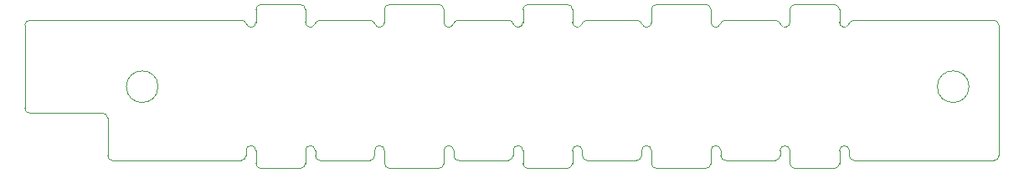
<source format=gm1>
G04 #@! TF.GenerationSoftware,KiCad,Pcbnew,(6.0.5-0)*
G04 #@! TF.CreationDate,2023-01-17T15:29:27+09:00*
G04 #@! TF.ProjectId,qPCR-led-south,71504352-2d6c-4656-942d-736f7574682e,rev?*
G04 #@! TF.SameCoordinates,Original*
G04 #@! TF.FileFunction,Profile,NP*
%FSLAX46Y46*%
G04 Gerber Fmt 4.6, Leading zero omitted, Abs format (unit mm)*
G04 Created by KiCad (PCBNEW (6.0.5-0)) date 2023-01-17 15:29:27*
%MOMM*%
%LPD*%
G01*
G04 APERTURE LIST*
G04 #@! TA.AperFunction,Profile*
%ADD10C,0.100000*%
G04 #@! TD*
G04 APERTURE END LIST*
D10*
X111830000Y-101622000D02*
G75*
G03*
X111830000Y-101622000I-1600000J0D01*
G01*
X98365040Y-103800360D02*
G75*
G03*
X98865000Y-104300360I499960J-40D01*
G01*
X98365000Y-103800360D02*
X98365000Y-95399640D01*
X120230000Y-109100360D02*
X107230000Y-109100360D01*
X106730040Y-108600360D02*
G75*
G03*
X107230000Y-109100360I499960J-40D01*
G01*
X106730040Y-104800360D02*
G75*
G03*
X106230000Y-104300360I-500040J-40D01*
G01*
X106230000Y-104300360D02*
X98865000Y-104300360D01*
X106730000Y-104800360D02*
X106730000Y-108600360D01*
X148730000Y-109400000D02*
X148730000Y-108100360D01*
X148730000Y-109400000D02*
G75*
G03*
X149230000Y-109900000I500000J0D01*
G01*
X126729988Y-95100640D02*
G75*
G03*
X127707127Y-95250140I500012J40D01*
G01*
X148730000Y-108100360D02*
G75*
G03*
X147730000Y-108100360I-500000J0D01*
G01*
X147230000Y-109100400D02*
G75*
G03*
X147730000Y-108600360I0J500000D01*
G01*
X176230000Y-93300000D02*
G75*
G03*
X175730000Y-93800000I0J-500000D01*
G01*
X134730000Y-108100360D02*
G75*
G03*
X133730000Y-108100360I-500000J0D01*
G01*
X181730000Y-108600360D02*
X181730000Y-108100360D01*
X147752804Y-95250162D02*
G75*
G03*
X147275746Y-94899640I-477104J-149438D01*
G01*
X180230000Y-109900000D02*
X176230000Y-109900000D01*
X149230000Y-93300000D02*
G75*
G03*
X148730000Y-93800000I0J-500000D01*
G01*
X167730000Y-93800000D02*
X167730000Y-95100640D01*
X121730000Y-95100640D02*
X121730000Y-93800000D01*
X122230000Y-93300000D02*
X126230000Y-93300000D01*
X193830000Y-101622000D02*
G75*
G03*
X193830000Y-101622000I-1600000J0D01*
G01*
X98865000Y-94899600D02*
G75*
G03*
X98365000Y-95399640I0J-500000D01*
G01*
X168730000Y-108100360D02*
G75*
G03*
X167730000Y-108100360I-500000J0D01*
G01*
X153729988Y-95100640D02*
G75*
G03*
X154707127Y-95250140I500012J40D01*
G01*
X175730000Y-109400000D02*
G75*
G03*
X176230000Y-109900000I500000J0D01*
G01*
X175730000Y-108100360D02*
G75*
G03*
X174730000Y-108100360I-500000J0D01*
G01*
X196864960Y-95399640D02*
G75*
G03*
X196365000Y-94899640I-499960J40D01*
G01*
X174752885Y-95250136D02*
G75*
G03*
X175730000Y-95100640I477115J149536D01*
G01*
X121730000Y-108100360D02*
G75*
G03*
X120730000Y-108100360I-500000J0D01*
G01*
X147730000Y-108100360D02*
X147730000Y-108600360D01*
X196365000Y-109100400D02*
G75*
G03*
X196865000Y-108600360I0J500000D01*
G01*
X141730000Y-108600360D02*
X141730000Y-108100360D01*
X168730040Y-108600360D02*
G75*
G03*
X169230000Y-109100360I499960J-40D01*
G01*
X180729988Y-95100640D02*
G75*
G03*
X181707127Y-95250140I500012J40D01*
G01*
X121730000Y-109400000D02*
X121730000Y-108100360D01*
X121730000Y-109400000D02*
G75*
G03*
X122230000Y-109900000I500000J0D01*
G01*
X149230000Y-93300000D02*
X153230000Y-93300000D01*
X155184253Y-94899567D02*
G75*
G03*
X154707126Y-95250140I47J-500033D01*
G01*
X154730040Y-108600360D02*
G75*
G03*
X155230000Y-109100360I499960J-40D01*
G01*
X153230000Y-109900000D02*
G75*
G03*
X153730000Y-109400000I0J500000D01*
G01*
X147230000Y-109100360D02*
X142230000Y-109100360D01*
X174230000Y-109100360D02*
X169230000Y-109100360D01*
X133230000Y-109100360D02*
X128230000Y-109100360D01*
X182184253Y-94899640D02*
X196365000Y-94899640D01*
X174730000Y-108100360D02*
X174730000Y-108600360D01*
X196865000Y-95399640D02*
X196865000Y-108600360D01*
X180730000Y-93800000D02*
G75*
G03*
X180230000Y-93300000I-500000J0D01*
G01*
X134730000Y-109400359D02*
X134730000Y-108100360D01*
X153730000Y-93800000D02*
G75*
G03*
X153230000Y-93300000I-500000J0D01*
G01*
X161730000Y-108100360D02*
G75*
G03*
X160730000Y-108100362I-500000J-40D01*
G01*
X162230000Y-93300000D02*
X167230000Y-93300000D01*
X160752804Y-95250162D02*
G75*
G03*
X160275746Y-94899640I-477104J-149438D01*
G01*
X141730000Y-108100360D02*
G75*
G03*
X140730000Y-108100360I-500000J0D01*
G01*
X175730000Y-109400000D02*
X175730000Y-108100360D01*
X122230000Y-93300000D02*
G75*
G03*
X121730000Y-93800000I0J-500000D01*
G01*
X167730000Y-93800000D02*
G75*
G03*
X167230000Y-93300000I-500000J0D01*
G01*
X133752804Y-95250162D02*
G75*
G03*
X133275746Y-94899640I-477104J-149438D01*
G01*
X120730000Y-108100360D02*
X120730000Y-108600360D01*
X175730000Y-95100640D02*
X175730000Y-93800000D01*
X162230000Y-93300000D02*
G75*
G03*
X161730000Y-93800000I0J-500000D01*
G01*
X180730000Y-108100360D02*
X180730000Y-109400000D01*
X174752804Y-95250162D02*
G75*
G03*
X174275746Y-94899640I-477104J-149438D01*
G01*
X126230000Y-109900000D02*
X122230000Y-109900000D01*
X127730000Y-108600360D02*
X127730000Y-108100360D01*
X134730041Y-109400359D02*
G75*
G03*
X135230000Y-109900359I499959J-41D01*
G01*
X133752885Y-95250136D02*
G75*
G03*
X134730000Y-95100640I477115J149536D01*
G01*
X180730000Y-93800000D02*
X180730000Y-95100640D01*
X160230000Y-109100400D02*
G75*
G03*
X160730000Y-108600360I0J500000D01*
G01*
X142184253Y-94899640D02*
X147275746Y-94899640D01*
X126730000Y-108100360D02*
X126730000Y-109400000D01*
X133730000Y-108100360D02*
X133730000Y-108600360D01*
X127730040Y-108600360D02*
G75*
G03*
X128230000Y-109100360I499960J-40D01*
G01*
X120230000Y-109100400D02*
G75*
G03*
X120730000Y-108600360I0J500000D01*
G01*
X161730000Y-109400364D02*
X161730000Y-108100360D01*
X140230000Y-109900400D02*
G75*
G03*
X140730000Y-109400359I0J500000D01*
G01*
X154730000Y-108100360D02*
G75*
G03*
X153730000Y-108100360I-500000J0D01*
G01*
X126730000Y-93800000D02*
G75*
G03*
X126230000Y-93300000I-500000J0D01*
G01*
X182184253Y-94899567D02*
G75*
G03*
X181707126Y-95250140I47J-500033D01*
G01*
X127730000Y-108100360D02*
G75*
G03*
X126730000Y-108100360I-500000J0D01*
G01*
X168730000Y-108600360D02*
X168730000Y-108100360D01*
X153230000Y-109900000D02*
X149230000Y-109900000D01*
X167230000Y-109900400D02*
G75*
G03*
X167730000Y-109400364I0J500000D01*
G01*
X153730000Y-108100360D02*
X153730000Y-109400000D01*
X181730040Y-108600360D02*
G75*
G03*
X182230000Y-109100360I499960J-40D01*
G01*
X134730000Y-95100640D02*
X134730000Y-93800000D01*
X160752885Y-95250136D02*
G75*
G03*
X161730000Y-95100640I477115J149536D01*
G01*
X126230000Y-109900000D02*
G75*
G03*
X126730000Y-109400000I0J500000D01*
G01*
X181730000Y-108100360D02*
G75*
G03*
X180730000Y-108100360I-500000J0D01*
G01*
X141730040Y-108600360D02*
G75*
G03*
X142230000Y-109100360I499960J-40D01*
G01*
X154730000Y-108600360D02*
X154730000Y-108100360D01*
X155184253Y-94899640D02*
X160275746Y-94899640D01*
X167730000Y-108100360D02*
X167730000Y-109400364D01*
X135230000Y-93300000D02*
X140230000Y-93300000D01*
X147752885Y-95250136D02*
G75*
G03*
X148730000Y-95100640I477115J149536D01*
G01*
X98865000Y-94899640D02*
X120275746Y-94899640D01*
X161730036Y-109400364D02*
G75*
G03*
X162230000Y-109900364I499964J-36D01*
G01*
X126730000Y-93800000D02*
X126730000Y-95100640D01*
X133230000Y-109100400D02*
G75*
G03*
X133730000Y-108600360I0J500000D01*
G01*
X167230000Y-109900364D02*
X162230000Y-109900364D01*
X169184253Y-94899640D02*
X174275746Y-94899640D01*
X153730000Y-93800000D02*
X153730000Y-95100640D01*
X176230000Y-93300000D02*
X180230000Y-93300000D01*
X161730000Y-95100640D02*
X161730000Y-93800000D01*
X142184253Y-94899567D02*
G75*
G03*
X141707126Y-95250140I47J-500033D01*
G01*
X148730000Y-95100640D02*
X148730000Y-93800000D01*
X128184253Y-94899567D02*
G75*
G03*
X127707126Y-95250140I47J-500033D01*
G01*
X120752804Y-95250162D02*
G75*
G03*
X120275746Y-94899640I-477104J-149438D01*
G01*
X140730000Y-93800000D02*
G75*
G03*
X140230000Y-93300000I-500000J0D01*
G01*
X167729988Y-95100640D02*
G75*
G03*
X168707127Y-95250140I500012J40D01*
G01*
X120752885Y-95250136D02*
G75*
G03*
X121730000Y-95100640I477115J149536D01*
G01*
X160730000Y-108100360D02*
X160730000Y-108600360D01*
X174230000Y-109100400D02*
G75*
G03*
X174730000Y-108600360I0J500000D01*
G01*
X196365000Y-109100360D02*
X182230000Y-109100360D01*
X128184253Y-94899640D02*
X133275746Y-94899640D01*
X140230000Y-109900359D02*
X135230000Y-109900359D01*
X169184253Y-94899567D02*
G75*
G03*
X168707126Y-95250140I47J-500033D01*
G01*
X140730000Y-93800000D02*
X140730000Y-95100640D01*
X160230000Y-109100360D02*
X155230000Y-109100360D01*
X135230000Y-93300000D02*
G75*
G03*
X134730000Y-93800000I0J-500000D01*
G01*
X140729988Y-95100640D02*
G75*
G03*
X141707127Y-95250140I500012J40D01*
G01*
X180230000Y-109900000D02*
G75*
G03*
X180730000Y-109400000I0J500000D01*
G01*
X140730000Y-108100360D02*
X140730000Y-109400359D01*
M02*

</source>
